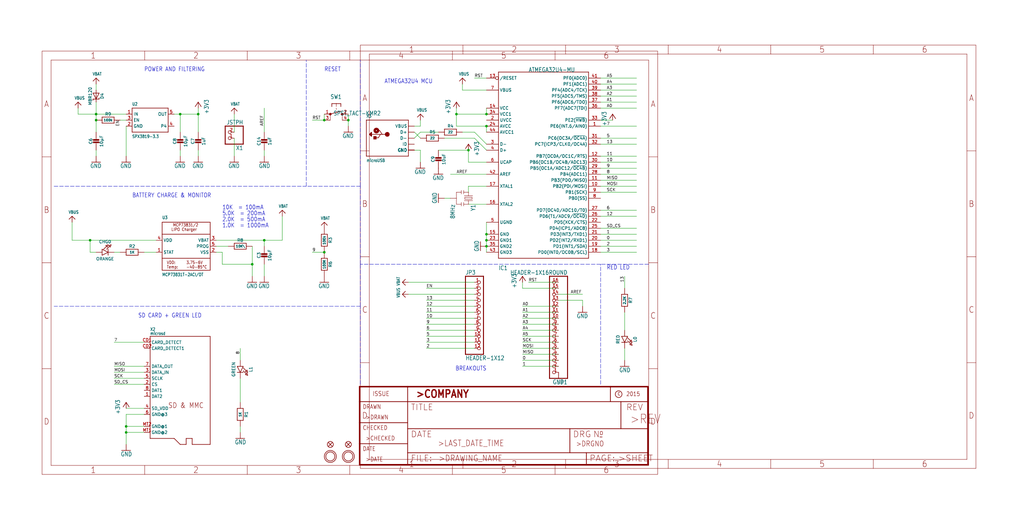
<source format=kicad_sch>
(kicad_sch (version 20211123) (generator eeschema)
  (paper "User" 433.07 220.421)
  (lib_symbols
    (symbol "schematicEagle-eagle-import:+3V3" (power)
      (property "Value" "+3V3" (at -2.54 -5.08 90))
      (symbol "+3V3_1_0"
        (pin power_in line (at 0 -2.54 90) (length 2.54) (name "+3V3") (number "1"))
      )
    )
    (symbol "schematicEagle-eagle-import:ATMEGA32U4-MU"
      (property "Reference" "IC" (at -17.78 -38.1 0))
      (property "Value" "ATMEGA32U4-MU" (at -5.08 45.72 0))
      (symbol "ATMEGA32U4-MU_1_0"
        (pin bidirectional line (at 25.4 22.86 180) (length 5.08) (name "PE6(INT.6/AIN0)") (number "1"))
        (pin bidirectional line (at 25.4 -2.54 180) (length 5.08) (name "PB2(PDI/MOSI)") (number "10"))
        (pin bidirectional line (at 25.4 0 180) (length 5.08) (name "PB3(PDO/MISO)") (number "11"))
        (pin bidirectional line (at 25.4 10.16 180) (length 5.08) (name "PB7(OC0A/OC1C/RTS)") (number "12"))
        (pin bidirectional inverted (at -22.86 43.18 0) (length 5.08) (name "/RESET") (number "13"))
        (pin bidirectional line (at -22.86 30.48 0) (length 5.08) (name "VCC") (number "14"))
        (pin bidirectional line (at -22.86 -22.86 0) (length 5.08) (name "GND") (number "15"))
        (pin bidirectional line (at -22.86 -10.16 0) (length 5.08) (name "XTAL2") (number "16"))
        (pin bidirectional line (at -22.86 -2.54 0) (length 5.08) (name "XTAL1") (number "17"))
        (pin bidirectional line (at 25.4 -30.48 180) (length 5.08) (name "PD0(INT0/OC0B/SCL)") (number "18"))
        (pin bidirectional line (at 25.4 -27.94 180) (length 5.08) (name "PD1(INT1/SDA)") (number "19"))
        (pin bidirectional line (at -22.86 25.4 0) (length 5.08) (name "UVCC") (number "2"))
        (pin bidirectional line (at 25.4 -25.4 180) (length 5.08) (name "PD2(INT2/RXD1)") (number "20"))
        (pin bidirectional line (at 25.4 -22.86 180) (length 5.08) (name "PD3(INT3/TXD1)") (number "21"))
        (pin bidirectional line (at 25.4 -17.78 180) (length 5.08) (name "PD5(XCK/CTS)") (number "22"))
        (pin bidirectional line (at -22.86 -25.4 0) (length 5.08) (name "GND1") (number "23"))
        (pin bidirectional line (at -22.86 22.86 0) (length 5.08) (name "AVCC") (number "24"))
        (pin bidirectional line (at 25.4 -20.32 180) (length 5.08) (name "PD4(ICP1/ADC8)") (number "25"))
        (pin bidirectional line (at 25.4 -15.24 180) (length 5.08) (name "PD6(T1/ADC9/~{OC4D})") (number "26"))
        (pin bidirectional line (at 25.4 -12.7 180) (length 5.08) (name "PD7(OC4D/ADC10/T0)") (number "27"))
        (pin bidirectional line (at 25.4 2.54 180) (length 5.08) (name "PB4(ADC11)") (number "28"))
        (pin bidirectional line (at 25.4 5.08 180) (length 5.08) (name "PB5(OC1A/ADC12/~{OC4B})") (number "29"))
        (pin bidirectional line (at -22.86 15.24 0) (length 5.08) (name "D-") (number "3"))
        (pin bidirectional line (at 25.4 7.62 180) (length 5.08) (name "PB6(OC1B/OC4B/ADC13)") (number "30"))
        (pin bidirectional line (at 25.4 17.78 180) (length 5.08) (name "PC6(OC3A/~{OC4A})") (number "31"))
        (pin bidirectional line (at 25.4 15.24 180) (length 5.08) (name "PC7(ICP3/CLK0/OC4A)") (number "32"))
        (pin bidirectional line (at 25.4 25.4 180) (length 5.08) (name "PE2(~{HWB})") (number "33"))
        (pin bidirectional line (at -22.86 27.94 0) (length 5.08) (name "VCC1") (number "34"))
        (pin bidirectional line (at -22.86 -27.94 0) (length 5.08) (name "GND2") (number "35"))
        (pin bidirectional line (at 25.4 30.48 180) (length 5.08) (name "PF7(ADC7(TDI)") (number "36"))
        (pin bidirectional line (at 25.4 33.02 180) (length 5.08) (name "PF6(ADC6/TDO)") (number "37"))
        (pin bidirectional line (at 25.4 35.56 180) (length 5.08) (name "PF5(ADC5/TMS)") (number "38"))
        (pin bidirectional line (at 25.4 38.1 180) (length 5.08) (name "PF4(ADC4/TCK)") (number "39"))
        (pin bidirectional line (at -22.86 12.7 0) (length 5.08) (name "D+") (number "4"))
        (pin bidirectional line (at 25.4 40.64 180) (length 5.08) (name "PF1(ADC1)") (number "40"))
        (pin bidirectional line (at 25.4 43.18 180) (length 5.08) (name "PF0(ADC0)") (number "41"))
        (pin bidirectional line (at -22.86 2.54 0) (length 5.08) (name "AREF") (number "42"))
        (pin bidirectional line (at -22.86 -30.48 0) (length 5.08) (name "GND3") (number "43"))
        (pin bidirectional line (at -22.86 20.32 0) (length 5.08) (name "AVCC1") (number "44"))
        (pin bidirectional line (at -22.86 -17.78 0) (length 5.08) (name "UGND") (number "5"))
        (pin bidirectional line (at -22.86 7.62 0) (length 5.08) (name "UCAP") (number "6"))
        (pin bidirectional line (at -22.86 38.1 0) (length 5.08) (name "VBUS") (number "7"))
        (pin bidirectional line (at 25.4 -7.62 180) (length 5.08) (name "PB0(SS)") (number "8"))
        (pin bidirectional line (at 25.4 -5.08 180) (length 5.08) (name "PB1(SCK)") (number "9"))
      )
    )
    (symbol "schematicEagle-eagle-import:CAP_CERAMIC0603_NO"
      (property "Reference" "C" (at -2.29 1.25 90))
      (property "Value" "CAP_CERAMIC0603_NO" (at 2.3 1.25 90))
      (symbol "CAP_CERAMIC0603_NO_1_0"
        (pin passive line (at 0 5.08 270) (length 2.54) (name "1") (number "1"))
        (pin passive line (at 0 -2.54 90) (length 2.54) (name "2") (number "2"))
      )
    )
    (symbol "schematicEagle-eagle-import:CAP_CERAMIC0805-NOOUTLINE"
      (property "Reference" "C" (at -2.29 1.25 90))
      (property "Value" "CAP_CERAMIC0805-NOOUTLINE" (at 2.3 1.25 90))
      (symbol "CAP_CERAMIC0805-NOOUTLINE_1_0"
        (pin passive line (at 0 5.08 270) (length 2.54) (name "1") (number "1"))
        (pin passive line (at 0 -2.54 90) (length 2.54) (name "2") (number "2"))
      )
    )
    (symbol "schematicEagle-eagle-import:CON_JST_PH_2PIN"
      (property "Reference" "X" (at -6.35 5.715 0))
      (property "Value" "CON_JST_PH_2PIN" (at -6.35 -5.08 0))
      (symbol "CON_JST_PH_2PIN_1_0"
        (pin passive inverted (at -2.54 2.54 0) (length 2.54) (name "1") (number "1"))
        (pin passive inverted (at -2.54 0 0) (length 2.54) (name "2") (number "2"))
      )
    )
    (symbol "schematicEagle-eagle-import:DIODE-SCHOTTKYSOD-123"
      (property "Reference" "D" (at 0 2.54 0))
      (property "Value" "DIODE-SCHOTTKYSOD-123" (at 0 -2.5 0))
      (symbol "DIODE-SCHOTTKYSOD-123_1_0"
        (pin passive line (at -2.54 0 0) (length 2.54) (name "A") (number "A"))
        (pin passive line (at 2.54 0 180) (length 2.54) (name "C") (number "C"))
      )
    )
    (symbol "schematicEagle-eagle-import:FIDUCIAL{dblquote}{dblquote}")
    (symbol "schematicEagle-eagle-import:FRAME_A4"
      (symbol "FRAME_A4_0_0"
        (text "1" (at 21.6958 1.905 0) (effects (font (size 2.54 2.286))))
        (text "1" (at 21.6958 177.165 0) (effects (font (size 2.54 2.286))))
        (text "2" (at 65.0875 1.905 0) (effects (font (size 2.54 2.286))))
        (text "2" (at 65.0875 177.165 0) (effects (font (size 2.54 2.286))))
        (text "3" (at 108.4792 1.905 0) (effects (font (size 2.54 2.286))))
        (text "3" (at 108.4792 177.165 0) (effects (font (size 2.54 2.286))))
        (text "4" (at 151.8708 1.905 0) (effects (font (size 2.54 2.286))))
        (text "4" (at 151.8708 177.165 0) (effects (font (size 2.54 2.286))))
        (text "5" (at 195.2625 1.905 0) (effects (font (size 2.54 2.286))))
        (text "5" (at 195.2625 177.165 0) (effects (font (size 2.54 2.286))))
        (text "6" (at 238.6542 1.905 0) (effects (font (size 2.54 2.286))))
        (text "6" (at 238.6542 177.165 0) (effects (font (size 2.54 2.286))))
        (text "A" (at 1.905 156.6863 0) (effects (font (size 2.54 2.286))))
        (text "A" (at 258.445 156.6863 0) (effects (font (size 2.54 2.286))))
        (text "B" (at 1.905 111.9188 0) (effects (font (size 2.54 2.286))))
        (text "B" (at 258.445 111.9188 0) (effects (font (size 2.54 2.286))))
        (text "C" (at 1.905 67.1513 0) (effects (font (size 2.54 2.286))))
        (text "C" (at 258.445 67.1513 0) (effects (font (size 2.54 2.286))))
        (text "D" (at 1.905 22.3838 0) (effects (font (size 2.54 2.286))))
        (text "D" (at 258.445 22.3838 0) (effects (font (size 2.54 2.286))))
      )
      (symbol "FRAME_A4_2_0"
        (text "2015" (at 112.4077 30.4673 0) (effects (font (size 1.778 1.5113)) (justify left bottom)))
        (text ">CHECKED" (at 2.2352 11.7348 0) (effects (font (size 1.778 1.5113)) (justify left bottom)))
        (text ">COMPANY" (at 23.349 29.6735 0) (effects (font (size 3.175 2.6987) (thickness 0.5397) bold) (justify left bottom)))
        (text ">DATE" (at 2.2352 2.8448 0) (effects (font (size 1.778 1.5113)) (justify left bottom)))
        (text ">DRAWING_NAME" (at 33.0327 2.8448 0) (effects (font (size 2.54 2.159)) (justify left bottom)))
        (text ">DRAWN" (at 2.2352 20.6248 0) (effects (font (size 1.778 1.5113)) (justify left bottom)))
        (text ">DRGNO" (at 91.1352 9.1948 0) (effects (font (size 2.1844 1.8567)) (justify left bottom)))
        (text ">LAST_DATE_TIME" (at 32.7152 9.1948 0) (effects (font (size 2.54 2.159)) (justify left bottom)))
        (text ">REV" (at 113.9952 18.7198 0) (effects (font (size 3.81 3.2385)) (justify left bottom)))
        (text ">SHEET" (at 108.9152 2.8448 0) (effects (font (size 2.54 2.54)) (justify left bottom)))
        (text "C" (at 108.7564 30.7848 0) (effects (font (size 1.27 1.0795)) (justify left bottom)))
        (text "CHECKED" (at 0.9652 16.1798 0) (effects (font (size 1.778 1.5113)) (justify left bottom)))
        (text "DATE" (at 0.9652 7.2898 0) (effects (font (size 1.778 1.5113)) (justify left bottom)))
        (text "DATE" (at 21.2852 13.0048 0) (effects (font (size 2.54 2.54)) (justify left bottom)))
        (text "DRAWN" (at 0.9652 25.0698 0) (effects (font (size 1.778 1.5113)) (justify left bottom)))
        (text "DRG" (at 89.8652 13.0048 0) (effects (font (size 2.54 2.54)) (justify left bottom)))
        (text "FILE:" (at 21.2852 2.8448 0) (effects (font (size 2.54 2.54)) (justify left bottom)))
        (text "ISSUE" (at 5.0927 30.4673 0) (effects (font (size 1.9304 1.6408)) (justify left bottom)))
        (text "N" (at 98.4377 13.0048 0) (effects (font (size 2.54 2.54)) (justify left bottom)))
        (text "o" (at 100.9777 13.9573 0) (effects (font (size 2.1844 1.8567)) (justify left bottom)))
        (text "PAGE:" (at 96.8502 2.8448 0) (effects (font (size 2.54 2.54)) (justify left bottom)))
        (text "REV" (at 112.4077 24.4348 0) (effects (font (size 2.54 2.54)) (justify left bottom)))
        (text "TITLE" (at 21.2852 24.4348 0) (effects (font (size 2.54 2.54)) (justify left bottom)))
      )
    )
    (symbol "schematicEagle-eagle-import:GND" (power)
      (property "Value" "GND" (at -2.54 -2.54 0))
      (symbol "GND_1_0"
        (pin power_in line (at 0 2.54 270) (length 2.54) (name "GND") (number "1"))
      )
    )
    (symbol "schematicEagle-eagle-import:HEADER-1X12"
      (property "Reference" "JP" (at -6.35 18.415 0))
      (property "Value" "HEADER-1X12" (at -6.35 -17.78 0))
      (symbol "HEADER-1X12_1_0"
        (pin passive inverted (at -2.54 15.24 0) (length 2.54) (name "1") (number "1"))
        (pin passive inverted (at -2.54 -7.62 0) (length 2.54) (name "10") (number "10"))
        (pin passive inverted (at -2.54 -10.16 0) (length 2.54) (name "11") (number "11"))
        (pin passive inverted (at -2.54 -12.7 0) (length 2.54) (name "12") (number "12"))
        (pin passive inverted (at -2.54 12.7 0) (length 2.54) (name "2") (number "2"))
        (pin passive inverted (at -2.54 10.16 0) (length 2.54) (name "3") (number "3"))
        (pin passive inverted (at -2.54 7.62 0) (length 2.54) (name "4") (number "4"))
        (pin passive inverted (at -2.54 5.08 0) (length 2.54) (name "5") (number "5"))
        (pin passive inverted (at -2.54 2.54 0) (length 2.54) (name "6") (number "6"))
        (pin passive inverted (at -2.54 0 0) (length 2.54) (name "7") (number "7"))
        (pin passive inverted (at -2.54 -2.54 0) (length 2.54) (name "8") (number "8"))
        (pin passive inverted (at -2.54 -5.08 0) (length 2.54) (name "9") (number "9"))
      )
    )
    (symbol "schematicEagle-eagle-import:HEADER-1X16ROUND"
      (property "Reference" "JP" (at -6.35 20.955 0))
      (property "Value" "HEADER-1X16ROUND" (at -6.35 -25.4 0))
      (symbol "HEADER-1X16ROUND_1_0"
        (pin passive inverted (at -2.54 17.78 0) (length 2.54) (name "1") (number "1"))
        (pin passive inverted (at -2.54 -5.08 0) (length 2.54) (name "10") (number "10"))
        (pin passive inverted (at -2.54 -7.62 0) (length 2.54) (name "11") (number "11"))
        (pin passive inverted (at -2.54 -10.16 0) (length 2.54) (name "12") (number "12"))
        (pin passive inverted (at -2.54 -12.7 0) (length 2.54) (name "13") (number "13"))
        (pin passive inverted (at -2.54 -15.24 0) (length 2.54) (name "14") (number "14"))
        (pin passive inverted (at -2.54 -17.78 0) (length 2.54) (name "15") (number "15"))
        (pin passive inverted (at -2.54 -20.32 0) (length 2.54) (name "16") (number "16"))
        (pin passive inverted (at -2.54 15.24 0) (length 2.54) (name "2") (number "2"))
        (pin passive inverted (at -2.54 12.7 0) (length 2.54) (name "3") (number "3"))
        (pin passive inverted (at -2.54 10.16 0) (length 2.54) (name "4") (number "4"))
        (pin passive inverted (at -2.54 7.62 0) (length 2.54) (name "5") (number "5"))
        (pin passive inverted (at -2.54 5.08 0) (length 2.54) (name "6") (number "6"))
        (pin passive inverted (at -2.54 2.54 0) (length 2.54) (name "7") (number "7"))
        (pin passive inverted (at -2.54 0 0) (length 2.54) (name "8") (number "8"))
        (pin passive inverted (at -2.54 -2.54 0) (length 2.54) (name "9") (number "9"))
      )
    )
    (symbol "schematicEagle-eagle-import:LED0805_NOOUTLINE"
      (property "Reference" "D" (at -1.27 4.445 0))
      (property "Value" "LED0805_NOOUTLINE" (at -1.27 -2.794 0))
      (symbol "LED0805_NOOUTLINE_1_0"
        (pin passive line (at -5.08 0 0) (length 2.54) (name "A") (number "A"))
        (pin passive line (at 2.54 0 180) (length 2.54) (name "C") (number "C"))
      )
    )
    (symbol "schematicEagle-eagle-import:MCP73831{slash}2"
      (property "Reference" "U" (at -10.16 11.43 0))
      (property "Value" "MCP73831{slash}2" (at -10.16 -12.7 0))
      (symbol "MCP73831{slash}2_1_0"
        (text "-40-85°C" (at 0 -9.525 0) (effects (font (size 1.27 1.0795)) (justify left bottom)))
        (text "3.75-6V" (at 0 -7.62 0) (effects (font (size 1.27 1.0795)) (justify left bottom)))
        (text "LIPO Charger" (at -6.35 6.35 0) (effects (font (size 1.27 1.0795)) (justify left bottom)))
        (text "MCP73831/2" (at -5.715 8.255 0) (effects (font (size 1.27 1.0795)) (justify left bottom)))
        (text "Temp:" (at -8.255 -9.525 0) (effects (font (size 1.27 1.0795)) (justify left bottom)))
        (text "VDD:" (at -8.255 -7.62 0) (effects (font (size 1.27 1.0795)) (justify left bottom)))
        (pin output line (at -12.7 -2.54 0) (length 2.54) (name "STAT") (number "1"))
        (pin power_in line (at 12.7 -2.54 180) (length 2.54) (name "VSS") (number "2"))
        (pin power_in line (at 12.7 2.54 180) (length 2.54) (name "VBAT") (number "3"))
        (pin power_in line (at -12.7 2.54 0) (length 2.54) (name "VDD") (number "4"))
        (pin input line (at 12.7 0 180) (length 2.54) (name "PROG") (number "5"))
      )
    )
    (symbol "schematicEagle-eagle-import:MICROSD"
      (property "Reference" "X" (at -12.7 22.606 0))
      (property "Value" "MICROSD" (at -12.7 20.828 0))
      (symbol "MICROSD_1_0"
        (text "SD & MMC" (at -5.08 -10.16 0) (effects (font (size 2.1844 1.8567)) (justify left bottom)))
        (pin bidirectional line (at -15.24 -5.08 0) (length 2.54) (name "DAT2") (number "1"))
        (pin input line (at -15.24 0 0) (length 2.54) (name "CS") (number "2"))
        (pin input line (at -15.24 5.08 0) (length 2.54) (name "DATA_IN") (number "3"))
        (pin power_in line (at -15.24 -10.16 0) (length 2.54) (name "SD_VDD") (number "4"))
        (pin input line (at -15.24 2.54 0) (length 2.54) (name "SCLK") (number "5"))
        (pin power_in line (at -15.24 -12.7 0) (length 2.54) (name "GND@3") (number "6"))
        (pin output line (at -15.24 7.62 0) (length 2.54) (name "DATA_OUT") (number "7"))
        (pin bidirectional line (at -15.24 -2.54 0) (length 2.54) (name "DAT1") (number "8"))
        (pin passive line (at -15.24 17.78 0) (length 2.54) (name "CARD_DETECT") (number "CD1"))
        (pin passive line (at -15.24 15.24 0) (length 2.54) (name "CARD_DETECT1") (number "CD2"))
        (pin power_in line (at -15.24 -20.32 0) (length 2.54) (name "GND@2") (number "MT1"))
        (pin power_in line (at -15.24 -17.78 0) (length 2.54) (name "GND@1") (number "MT2"))
      )
    )
    (symbol "schematicEagle-eagle-import:MOUNTINGHOLE2.5")
    (symbol "schematicEagle-eagle-import:RESISTOR_0603MP"
      (property "Reference" "R" (at 0 2.54 0))
      (property "Value" "RESISTOR_0603MP" (at 0 0 0))
      (symbol "RESISTOR_0603MP_1_0"
        (pin passive line (at -5.08 0 0) (length 2.54) (name "1") (number "1"))
        (pin passive line (at 5.08 0 180) (length 2.54) (name "2") (number "2"))
      )
    )
    (symbol "schematicEagle-eagle-import:RESISTOR_0603_NOOUT"
      (property "Reference" "R" (at 0 2.54 0))
      (property "Value" "RESISTOR_0603_NOOUT" (at 0 0 0))
      (symbol "RESISTOR_0603_NOOUT_1_0"
        (pin passive line (at -5.08 0 0) (length 2.54) (name "1") (number "1"))
        (pin passive line (at 5.08 0 180) (length 2.54) (name "2") (number "2"))
      )
    )
    (symbol "schematicEagle-eagle-import:RESONATORSMD"
      (property "Reference" "Y" (at 2.54 1.016 0))
      (property "Value" "RESONATORSMD" (at 2.54 -7.62 0))
      (symbol "RESONATORSMD_1_0"
        (pin passive line (at -2.54 0 0) (length 0) (name "1") (number "1"))
        (pin passive line (at 0 -7.62 90) (length 0) (name "2") (number "2"))
        (pin passive line (at 2.54 0 180) (length 0) (name "3") (number "3"))
      )
    )
    (symbol "schematicEagle-eagle-import:SPST_TACT-KMR2"
      (property "Reference" "SW" (at -6.35 -2.54 90))
      (property "Value" "SPST_TACT-KMR2" (at -3.81 3.175 90))
      (symbol "SPST_TACT-KMR2_1_0"
        (pin passive line (at 0 -5.08 90) (length 2.54) (name "P") (number "1"))
        (pin passive line (at 0 5.08 270) (length 2.54) (name "S") (number "2"))
        (pin passive line (at 2.54 -5.08 90) (length 2.54) (name "P1") (number "3"))
        (pin passive line (at 2.54 5.08 270) (length 2.54) (name "S1") (number "4"))
      )
    )
    (symbol "schematicEagle-eagle-import:USB_MICRO_20329_V2"
      (property "Reference" "X" (at -10.16 8.636 0))
      (property "Value" "USB_MICRO_20329_V2" (at -10.16 -10.16 0))
      (symbol "USB_MICRO_20329_V2_1_0"
        (pin power_in line (at 10.16 -5.08 180) (length 2.54) (name "GND") (number "BASE@1"))
        (pin power_in line (at 10.16 -5.08 180) (length 2.54) (name "GND") (number "BASE@2"))
        (pin bidirectional line (at 10.16 2.54 180) (length 2.54) (name "D+") (number "D+"))
        (pin bidirectional line (at 10.16 0 180) (length 2.54) (name "D-") (number "D-"))
        (pin power_in line (at 10.16 -5.08 180) (length 2.54) (name "GND") (number "GND"))
        (pin bidirectional line (at 10.16 -2.54 180) (length 2.54) (name "ID") (number "ID"))
        (pin power_in line (at 10.16 -5.08 180) (length 2.54) (name "GND") (number "SPRT@1"))
        (pin power_in line (at 10.16 -5.08 180) (length 2.54) (name "GND") (number "SPRT@2"))
        (pin power_in line (at 10.16 -5.08 180) (length 2.54) (name "GND") (number "SPRT@3"))
        (pin power_in line (at 10.16 -5.08 180) (length 2.54) (name "GND") (number "SPRT@4"))
        (pin power_in line (at 10.16 5.08 180) (length 2.54) (name "VBUS") (number "VBUS"))
      )
    )
    (symbol "schematicEagle-eagle-import:VBAT" (power)
      (property "Value" "VBAT" (at -1.524 1.016 0))
      (symbol "VBAT_1_0"
        (pin power_in line (at 0 -2.54 90) (length 2.54) (name "VBAT") (number "1"))
      )
    )
    (symbol "schematicEagle-eagle-import:VBUS" (power)
      (property "Value" "VBUS" (at -1.524 1.016 0))
      (symbol "VBUS_1_0"
        (pin power_in line (at 0 -2.54 90) (length 2.54) (name "VBUS") (number "1"))
      )
    )
    (symbol "schematicEagle-eagle-import:VREG_SOT23-5"
      (property "Reference" "U" (at -7.62 6.096 0))
      (property "Value" "VREG_SOT23-5" (at -7.62 -7.62 0))
      (symbol "VREG_SOT23-5_1_0"
        (pin power_in line (at -10.16 2.54 0) (length 2.54) (name "IN") (number "1"))
        (pin power_in line (at -10.16 -2.54 0) (length 2.54) (name "GND") (number "2"))
        (pin input line (at -10.16 0 0) (length 2.54) (name "EN") (number "3"))
        (pin bidirectional line (at 10.16 -2.54 180) (length 2.54) (name "P4") (number "4"))
        (pin power_in line (at 10.16 2.54 180) (length 2.54) (name "OUT") (number "5"))
      )
    )
  )
  (junction (at 193.04 48.26))
  (junction (at 40.64 50.8))
  (junction (at 76.2 48.26))
  (junction (at 38.1 101.6))
  (junction (at 83.82 48.26))
  (junction (at 205.74 48.26))
  (junction (at 53.34 180.34))
  (junction (at 205.74 53.34))
  (junction (at 205.74 104.14))
  (junction (at 137.16 50.8))
  (junction (at 111.76 101.6))
  (junction (at 205.74 101.6))
  (junction (at 205.74 99.06))
  (junction (at 40.64 48.26))
  (junction (at 53.34 182.88))
  (junction (at 198.12 63.5))
  (junction (at 106.68 111.76))
  (junction (at 137.16 106.68))
  (junction (at 147.32 50.8))
  (wire (pts (xy 187.96 83.82) (xy 190.5 83.82)))
  (wire (pts (xy 93.98 111.76) (xy 106.68 111.76)))
  (polyline (pts (xy 152.4 129.54) (xy 22.86 129.54)))
  (wire (pts (xy 180.34 147.32) (xy 200.66 147.32)))
  (wire (pts (xy 254 91.44) (xy 269.24 91.44)))
  (wire (pts (xy 254 53.34) (xy 269.24 53.34)))
  (wire (pts (xy 205.74 55.88) (xy 205.74 53.34)))
  (wire (pts (xy 205.74 38.1) (xy 195.58 38.1)))
  (wire (pts (xy 175.26 55.88) (xy 177.8 58.42)))
  (wire (pts (xy 60.96 175.26) (xy 53.34 175.26)))
  (wire (pts (xy 40.64 50.8) (xy 40.64 55.88)))
  (wire (pts (xy 177.8 55.88) (xy 185.42 55.88)))
  (wire (pts (xy 220.98 154.94) (xy 236.22 154.94)))
  (polyline (pts (xy 152.4 129.54) (xy 152.4 111.76)))
  (wire (pts (xy 200.66 127) (xy 180.34 127)))
  (polyline (pts (xy 152.4 78.74) (xy 152.4 25.4)))
  (wire (pts (xy 264.16 132.08) (xy 264.16 139.7)))
  (wire (pts (xy 60.96 180.34) (xy 53.34 180.34)))
  (wire (pts (xy 198.12 68.58) (xy 198.12 63.5)))
  (wire (pts (xy 205.74 33.02) (xy 200.66 33.02)))
  (wire (pts (xy 53.34 180.34) (xy 53.34 182.88)))
  (wire (pts (xy 220.98 121.92) (xy 236.22 121.92)))
  (wire (pts (xy 137.16 50.8) (xy 137.16 48.26)))
  (wire (pts (xy 33.02 48.26) (xy 40.64 48.26)))
  (wire (pts (xy 60.96 182.88) (xy 53.34 182.88)))
  (wire (pts (xy 254 50.8) (xy 259.08 50.8)))
  (wire (pts (xy 172.72 119.38) (xy 200.66 119.38)))
  (wire (pts (xy 187.96 58.42) (xy 200.66 58.42)))
  (wire (pts (xy 220.98 137.16) (xy 236.22 137.16)))
  (wire (pts (xy 254 45.72) (xy 269.24 45.72)))
  (wire (pts (xy 236.22 124.46) (xy 246.38 124.46)))
  (polyline (pts (xy 22.86 78.74) (xy 129.54 78.74)))
  (wire (pts (xy 83.82 48.26) (xy 83.82 55.88)))
  (wire (pts (xy 254 71.12) (xy 269.24 71.12)))
  (wire (pts (xy 60.96 144.78) (xy 48.26 144.78)))
  (wire (pts (xy 205.74 99.06) (xy 205.74 101.6)))
  (wire (pts (xy 200.66 144.78) (xy 180.34 144.78)))
  (wire (pts (xy 254 38.1) (xy 269.24 38.1)))
  (wire (pts (xy 50.8 50.8) (xy 53.34 50.8)))
  (wire (pts (xy 236.22 139.7) (xy 220.98 139.7)))
  (wire (pts (xy 254 43.18) (xy 269.24 43.18)))
  (wire (pts (xy 254 76.2) (xy 269.24 76.2)))
  (wire (pts (xy 175.26 58.42) (xy 177.8 55.88)))
  (wire (pts (xy 200.66 58.42) (xy 205.74 63.5)))
  (wire (pts (xy 236.22 127) (xy 246.38 127)))
  (wire (pts (xy 38.1 101.6) (xy 66.04 101.6)))
  (wire (pts (xy 73.66 48.26) (xy 76.2 48.26)))
  (polyline (pts (xy 254 111.76) (xy 152.4 111.76)))
  (wire (pts (xy 220.98 142.24) (xy 236.22 142.24)))
  (wire (pts (xy 53.34 172.72) (xy 60.96 172.72)))
  (wire (pts (xy 38.1 106.68) (xy 38.1 101.6)))
  (wire (pts (xy 180.34 129.54) (xy 200.66 129.54)))
  (wire (pts (xy 195.58 55.88) (xy 200.66 55.88)))
  (wire (pts (xy 53.34 182.88) (xy 53.34 187.96)))
  (wire (pts (xy 76.2 55.88) (xy 76.2 48.26)))
  (wire (pts (xy 76.2 63.5) (xy 76.2 66.04)))
  (wire (pts (xy 40.64 38.1) (xy 40.64 35.56)))
  (wire (pts (xy 40.64 106.68) (xy 38.1 106.68)))
  (wire (pts (xy 254 99.06) (xy 269.24 99.06)))
  (wire (pts (xy 177.8 53.34) (xy 177.8 50.8)))
  (wire (pts (xy 236.22 152.4) (xy 220.98 152.4)))
  (wire (pts (xy 53.34 175.26) (xy 53.34 180.34)))
  (wire (pts (xy 264.16 121.92) (xy 264.16 116.84)))
  (wire (pts (xy 205.74 93.98) (xy 205.74 99.06)))
  (wire (pts (xy 220.98 132.08) (xy 236.22 132.08)))
  (wire (pts (xy 83.82 63.5) (xy 83.82 66.04)))
  (wire (pts (xy 99.06 66.04) (xy 99.06 58.42)))
  (wire (pts (xy 236.22 119.38) (xy 223.52 119.38)))
  (wire (pts (xy 193.04 48.26) (xy 205.74 48.26)))
  (polyline (pts (xy 129.54 78.74) (xy 129.54 25.4)))
  (wire (pts (xy 119.38 91.44) (xy 119.38 101.6)))
  (polyline (pts (xy 152.4 162.56) (xy 152.4 129.54)))
  (wire (pts (xy 236.22 147.32) (xy 220.98 147.32)))
  (wire (pts (xy 180.34 121.92) (xy 200.66 121.92)))
  (wire (pts (xy 200.66 124.46) (xy 172.72 124.46)))
  (wire (pts (xy 132.08 50.8) (xy 137.16 50.8)))
  (wire (pts (xy 254 68.58) (xy 269.24 68.58)))
  (wire (pts (xy 93.98 106.68) (xy 93.98 111.76)))
  (wire (pts (xy 254 58.42) (xy 269.24 58.42)))
  (wire (pts (xy 195.58 38.1) (xy 195.58 35.56)))
  (wire (pts (xy 48.26 162.56) (xy 60.96 162.56)))
  (wire (pts (xy 205.74 68.58) (xy 198.12 68.58)))
  (wire (pts (xy 205.74 104.14) (xy 205.74 106.68)))
  (wire (pts (xy 40.64 63.5) (xy 40.64 66.04)))
  (wire (pts (xy 53.34 53.34) (xy 53.34 66.04)))
  (wire (pts (xy 111.76 101.6) (xy 119.38 101.6)))
  (wire (pts (xy 236.22 144.78) (xy 220.98 144.78)))
  (wire (pts (xy 205.74 48.26) (xy 205.74 45.72)))
  (wire (pts (xy 193.04 53.34) (xy 193.04 48.26)))
  (polyline (pts (xy 254 162.56) (xy 254 111.76)))
  (wire (pts (xy 180.34 139.7) (xy 200.66 139.7)))
  (wire (pts (xy 99.06 48.26) (xy 99.06 55.88)))
  (wire (pts (xy 254 40.64) (xy 269.24 40.64)))
  (wire (pts (xy 264.16 147.32) (xy 264.16 152.4)))
  (wire (pts (xy 198.12 78.74) (xy 198.12 81.28)))
  (wire (pts (xy 60.96 106.68) (xy 66.04 106.68)))
  (wire (pts (xy 147.32 53.34) (xy 147.32 50.8)))
  (wire (pts (xy 175.26 53.34) (xy 177.8 53.34)))
  (wire (pts (xy 220.98 119.38) (xy 220.98 121.92)))
  (wire (pts (xy 198.12 86.36) (xy 205.74 86.36)))
  (wire (pts (xy 236.22 129.54) (xy 220.98 129.54)))
  (wire (pts (xy 254 73.66) (xy 269.24 73.66)))
  (wire (pts (xy 254 104.14) (xy 269.24 104.14)))
  (wire (pts (xy 101.6 152.4) (xy 101.6 147.32)))
  (wire (pts (xy 190.5 73.66) (xy 205.74 73.66)))
  (wire (pts (xy 53.34 48.26) (xy 40.64 48.26)))
  (wire (pts (xy 30.48 93.98) (xy 30.48 101.6)))
  (wire (pts (xy 111.76 101.6) (xy 91.44 101.6)))
  (wire (pts (xy 246.38 127) (xy 246.38 129.54)))
  (wire (pts (xy 200.66 137.16) (xy 180.34 137.16)))
  (wire (pts (xy 236.22 134.62) (xy 220.98 134.62)))
  (wire (pts (xy 111.76 63.5) (xy 111.76 66.04)))
  (wire (pts (xy 205.74 101.6) (xy 205.74 104.14)))
  (wire (pts (xy 254 96.52) (xy 269.24 96.52)))
  (wire (pts (xy 111.76 55.88) (xy 111.76 45.72)))
  (wire (pts (xy 33.02 45.72) (xy 33.02 48.26)))
  (wire (pts (xy 60.96 160.02) (xy 48.26 160.02)))
  (wire (pts (xy 101.6 160.02) (xy 101.6 170.18)))
  (wire (pts (xy 60.96 154.94) (xy 48.26 154.94)))
  (wire (pts (xy 30.48 101.6) (xy 38.1 101.6)))
  (wire (pts (xy 254 66.04) (xy 269.24 66.04)))
  (polyline (pts (xy 152.4 111.76) (xy 152.4 78.74)))
  (wire (pts (xy 106.68 104.14) (xy 106.68 111.76)))
  (wire (pts (xy 205.74 53.34) (xy 193.04 53.34)))
  (wire (pts (xy 180.34 134.62) (xy 200.66 134.62)))
  (wire (pts (xy 193.04 48.26) (xy 193.04 45.72)))
  (wire (pts (xy 200.66 142.24) (xy 180.34 142.24)))
  (wire (pts (xy 177.8 63.5) (xy 177.8 68.58)))
  (wire (pts (xy 83.82 48.26) (xy 83.82 45.72)))
  (wire (pts (xy 147.32 48.26) (xy 147.32 50.8)))
  (wire (pts (xy 101.6 180.34) (xy 101.6 182.88)))
  (wire (pts (xy 198.12 63.5) (xy 185.42 63.5)))
  (wire (pts (xy 91.44 106.68) (xy 93.98 106.68)))
  (wire (pts (xy 254 60.96) (xy 269.24 60.96)))
  (wire (pts (xy 106.68 111.76) (xy 106.68 116.84)))
  (wire (pts (xy 254 88.9) (xy 269.24 88.9)))
  (wire (pts (xy 220.98 149.86) (xy 236.22 149.86)))
  (wire (pts (xy 254 78.74) (xy 269.24 78.74)))
  (wire (pts (xy 40.64 48.26) (xy 40.64 50.8)))
  (wire (pts (xy 200.66 55.88) (xy 205.74 60.96)))
  (wire (pts (xy 111.76 104.14) (xy 111.76 101.6)))
  (wire (pts (xy 137.16 106.68) (xy 132.08 106.68)))
  (wire (pts (xy 91.44 104.14) (xy 96.52 104.14)))
  (wire (pts (xy 175.26 63.5) (xy 177.8 63.5)))
  (wire (pts (xy 48.26 157.48) (xy 60.96 157.48)))
  (polyline (pts (xy 274.32 111.76) (xy 254 111.76)))
  (wire (pts (xy 76.2 48.26) (xy 83.82 48.26)))
  (wire (pts (xy 269.24 101.6) (xy 254 101.6)))
  (wire (pts (xy 254 81.28) (xy 269.24 81.28)))
  (wire (pts (xy 254 35.56) (xy 269.24 35.56)))
  (wire (pts (xy 40.64 43.18) (xy 40.64 48.26)))
  (wire (pts (xy 254 106.68) (xy 269.24 106.68)))
  (wire (pts (xy 111.76 111.76) (xy 111.76 116.84)))
  (wire (pts (xy 200.66 132.08) (xy 180.34 132.08)))
  (polyline (pts (xy 152.4 78.74) (xy 129.54 78.74)))
  (wire (pts (xy 198.12 78.74) (xy 205.74 78.74)))
  (wire (pts (xy 254 33.02) (xy 269.24 33.02)))
  (wire (pts (xy 48.26 106.68) (xy 50.8 106.68)))
  (text "1.0K  = 1000mA" (at 93.98 96.52 180) (effects (font (size 1.778 1.5113)) (justify left bottom)))
  (text "10K  = 100mA" (at 93.98 88.9 180) (effects (font (size 1.778 1.5113)) (justify left bottom)))
  (text "ATMEGA32U4 MCU" (at 162.56 35.56 180) (effects (font (size 1.778 1.5113)) (justify left bottom)))
  (text "RED LED" (at 256.54 114.3 180) (effects (font (size 1.778 1.5113)) (justify left bottom)))
  (text "POWER AND FILTERING" (at 60.96 30.48 180) (effects (font (size 1.778 1.5113)) (justify left bottom)))
  (text "5.0K  = 200mA" (at 93.98 91.44 180) (effects (font (size 1.778 1.5113)) (justify left bottom)))
  (text "BATTERY CHARGE & MONITOR" (at 55.88 83.82 180) (effects (font (size 1.778 1.5113)) (justify left bottom)))
  (text "BREAKOUTS" (at 205.74 154.94 180) (effects (font (size 1.778 1.5113)) (justify right top)))
  (text "2.0K  = 500mA" (at 93.98 93.98 180) (effects (font (size 1.778 1.5113)) (justify left bottom)))
  (text "SD CARD + GREEN LED" (at 58.42 134.62 180) (effects (font (size 1.778 1.5113)) (justify left bottom)))
  (text "RESET" (at 137.16 30.48 180) (effects (font (size 1.778 1.5113)) (justify left bottom)))
  (label "MISO" (at 48.26 154.94 0) (effects (font (size 1.2446 1.2446))))
  (label "3" (at 256.54 106.68 0) (effects (font (size 1.2446 1.2446))))
  (label "2" (at 256.54 104.14 0) (effects (font (size 1.2446 1.2446))))
  (label "SCK" (at 220.98 144.78 0) (effects (font (size 1.2446 1.2446))))
  (label "A5" (at 220.98 142.24 0) (effects (font (size 1.2446 1.2446))))
  (label "MISO" (at 256.54 76.2 0) (effects (font (size 1.2446 1.2446))))
  (label "SD_CS" (at 256.54 96.52 0) (effects (font (size 1.2446 1.2446))))
  (label "3" (at 180.34 144.78 0) (effects (font (size 1.2446 1.2446))))
  (label "AREF" (at 111.76 53.34 90) (effects (font (size 1.2446 1.2446))))
  (label "1" (at 256.54 99.06 0) (effects (font (size 1.2446 1.2446))))
  (label "8" (at 256.54 73.66 0) (effects (font (size 1.2446 1.2446))))
  (label "8" (at 101.6 149.86 90) (effects (font (size 1.2446 1.2446))))
  (label "EN" (at 50.8 50.8 270) (effects (font (size 1.2446 1.2446))))
  (label "12" (at 256.54 91.44 0) (effects (font (size 1.2446 1.2446))))
  (label "AREF" (at 241.3 124.46 0) (effects (font (size 1.2446 1.2446))))
  (label "7" (at 256.54 53.34 0) (effects (font (size 1.2446 1.2446))))
  (label "1" (at 220.98 154.94 0) (effects (font (size 1.2446 1.2446))))
  (label "10" (at 180.34 134.62 0) (effects (font (size 1.2446 1.2446))))
  (label "A2" (at 220.98 134.62 0) (effects (font (size 1.2446 1.2446))))
  (label "MOSI" (at 220.98 147.32 0) (effects (font (size 1.2446 1.2446))))
  (label "5" (at 256.54 58.42 0) (effects (font (size 1.2446 1.2446))))
  (label "MOSI" (at 256.54 78.74 0) (effects (font (size 1.2446 1.2446))))
  (label "RST" (at 223.52 119.38 0) (effects (font (size 1.2446 1.2446))))
  (label "13" (at 180.34 127 0) (effects (font (size 1.2446 1.2446))))
  (label "2" (at 180.34 147.32 0) (effects (font (size 1.2446 1.2446))))
  (label "9" (at 132.08 106.68 0) (effects (font (size 1.2446 1.2446))))
  (label "6" (at 256.54 88.9 0) (effects (font (size 1.2446 1.2446))))
  (label "13" (at 256.54 60.96 0) (effects (font (size 1.2446 1.2446))))
  (label "A4" (at 256.54 35.56 0) (effects (font (size 1.2446 1.2446))))
  (label "A1" (at 220.98 132.08 0) (effects (font (size 1.2446 1.2446))))
  (label "A1" (at 256.54 43.18 0) (effects (font (size 1.2446 1.2446))))
  (label "0" (at 256.54 101.6 0) (effects (font (size 1.2446 1.2446))))
  (label "9" (at 180.34 137.16 0) (effects (font (size 1.2446 1.2446))))
  (label "A0" (at 220.98 129.54 0) (effects (font (size 1.2446 1.2446))))
  (label "A4" (at 220.98 139.7 0) (effects (font (size 1.2446 1.2446))))
  (label "SD_CS" (at 48.26 162.56 0) (effects (font (size 1.2446 1.2446))))
  (label "11" (at 180.34 132.08 0) (effects (font (size 1.2446 1.2446))))
  (label "EN" (at 180.34 121.92 0) (effects (font (size 1.2446 1.2446))))
  (label "SCK" (at 256.54 81.28 0) (effects (font (size 1.2446 1.2446))))
  (label "A3" (at 256.54 38.1 0) (effects (font (size 1.2446 1.2446))))
  (label "6" (at 180.34 139.7 0) (effects (font (size 1.2446 1.2446))))
  (label "12" (at 180.34 129.54 0) (effects (font (size 1.2446 1.2446))))
  (label "7" (at 48.26 144.78 0) (effects (font (size 1.2446 1.2446))))
  (label "5" (at 180.34 142.24 0) (effects (font (size 1.2446 1.2446))))
  (label "10" (at 256.54 68.58 0) (effects (font (size 1.2446 1.2446))))
  (label "A5" (at 256.54 33.02 0) (effects (font (size 1.2446 1.2446))))
  (label "RST" (at 132.08 50.8 0) (effects (font (size 1.2446 1.2446))))
  (label "A3" (at 220.98 137.16 0) (effects (font (size 1.2446 1.2446))))
  (label "11" (at 256.54 66.04 0) (effects (font (size 1.2446 1.2446))))
  (label "MISO" (at 220.98 149.86 0) (effects (font (size 1.2446 1.2446))))
  (label "A0" (at 256.54 45.72 0) (effects (font (size 1.2446 1.2446))))
  (label "AREF" (at 193.04 73.66 0) (effects (font (size 1.2446 1.2446))))
  (label "RST" (at 200.66 33.02 0) (effects (font (size 1.2446 1.2446))))
  (label "MOSI" (at 48.26 157.48 0) (effects (font (size 1.2446 1.2446))))
  (label "A2" (at 256.54 40.64 0) (effects (font (size 1.2446 1.2446))))
  (label "0" (at 220.98 152.4 0) (effects (font (size 1.2446 1.2446))))
  (label "SCK" (at 48.26 160.02 0) (effects (font (size 1.2446 1.2446))))
  (label "13" (at 264.16 119.38 90) (effects (font (size 1.2446 1.2446))))
  (label "9" (at 256.54 71.12 0) (effects (font (size 1.2446 1.2446))))
  (symbol (lib_id "schematicEagle-eagle-import:+3V3") (at 193.04 43.18 0) (unit 1)
    (property "Reference" "#+3V5" (effects hide))
    (property "Value" "+3V3" (at 190.5 48.26 90) (effects (font (size 1.778 1.5113)) (justify left bottom)))
    (property "Footprint" "schematicEagle:" (effects hide))
  )
  (symbol (lib_id "schematicEagle-eagle-import:LED0805_NOOUTLINE") (at 264.16 144.78 270) (unit 1)
    (property "Reference" "L0" (at 268.605 143.51 0))
    (property "Value" "RED" (at 261.366 143.51 0))
    (property "Footprint" "schematicEagle:CHIPLED_0805_NOOUTLINE" (effects hide))
  )
  (symbol (lib_id "schematicEagle-eagle-import:GND") (at 264.16 154.94 0) (mirror y) (unit 1)
    (property "Reference" "#GND10" (effects hide))
    (property "Value" "GND" (at 266.7 157.48 0) (effects (font (size 1.778 1.5113)) (justify left bottom)))
    (property "Footprint" "schematicEagle:" (effects hide))
  )
  (symbol (lib_id "schematicEagle-eagle-import:ATMEGA32U4-MU") (at 228.6 76.2 0) (unit 1)
    (property "Reference" "IC1" (at 210.82 114.3 0) (effects (font (size 1.778 1.5113)) (justify left bottom)))
    (property "Value" "ATMEGA32U4-MU" (at 223.52 30.48 0) (effects (font (size 1.778 1.5113)) (justify left bottom)))
    (property "Footprint" "schematicEagle:TQFN44_7MM" (effects hide))
  )
  (symbol (lib_id "schematicEagle-eagle-import:VBAT") (at 99.06 45.72 0) (unit 1)
    (property "Reference" "#U$16" (effects hide))
    (property "Value" "VBAT" (at 97.536 44.704 0) (effects (font (size 1.27 1.0795)) (justify left bottom)))
    (property "Footprint" "schematicEagle:" (effects hide))
  )
  (symbol (lib_id "schematicEagle-eagle-import:FIDUCIAL{dblquote}{dblquote}") (at 147.32 187.96 0) (unit 1)
    (property "Reference" "U$35" (effects hide))
    (property "Value" "FIDUCIAL{dblquote}{dblquote}" (effects hide))
    (property "Footprint" "schematicEagle:FIDUCIAL_1MM" (effects hide))
  )
  (symbol (lib_id "schematicEagle-eagle-import:RESONATORSMD") (at 198.12 83.82 270) (unit 1)
    (property "Reference" "Y1" (at 199.136 86.36 0) (effects (font (size 1.778 1.5113)) (justify left bottom)))
    (property "Value" "8MHz" (at 190.5 86.36 0) (effects (font (size 1.778 1.5113)) (justify left bottom)))
    (property "Footprint" "schematicEagle:RESONATOR-SMD" (effects hide))
  )
  (symbol (lib_id "schematicEagle-eagle-import:+3V3") (at 53.34 170.18 0) (unit 1)
    (property "Reference" "#+3V2" (effects hide))
    (property "Value" "+3V3" (at 50.8 175.26 90) (effects (font (size 1.778 1.5113)) (justify left bottom)))
    (property "Footprint" "schematicEagle:" (effects hide))
  )
  (symbol (lib_id "schematicEagle-eagle-import:LED0805_NOOUTLINE") (at 45.72 106.68 0) (unit 1)
    (property "Reference" "CHG0" (at 44.45 102.235 0))
    (property "Value" "ORANGE" (at 44.45 109.474 0))
    (property "Footprint" "schematicEagle:CHIPLED_0805_NOOUTLINE" (effects hide))
  )
  (symbol (lib_id "schematicEagle-eagle-import:RESISTOR_0603_NOOUT") (at 264.16 127 270) (unit 1)
    (property "Reference" "R7" (at 266.7 127 0))
    (property "Value" "2.2K" (at 264.16 127 0) (effects (font (size 1.016 1.016) bold)))
    (property "Footprint" "schematicEagle:0603-NO" (effects hide))
  )
  (symbol (lib_id "schematicEagle-eagle-import:+3V3") (at 198.12 60.96 0) (mirror y) (unit 1)
    (property "Reference" "#+3V6" (effects hide))
    (property "Value" "+3V3" (at 200.66 66.04 90) (effects (font (size 1.778 1.5113)) (justify left bottom)))
    (property "Footprint" "schematicEagle:" (effects hide))
  )
  (symbol (lib_id "schematicEagle-eagle-import:GND") (at 137.16 119.38 0) (unit 1)
    (property "Reference" "#GND13" (effects hide))
    (property "Value" "GND" (at 134.62 121.92 0) (effects (font (size 1.778 1.5113)) (justify left bottom)))
    (property "Footprint" "schematicEagle:" (effects hide))
  )
  (symbol (lib_id "schematicEagle-eagle-import:RESISTOR_0603_NOOUT") (at 45.72 50.8 0) (unit 1)
    (property "Reference" "R9" (at 45.72 48.26 0))
    (property "Value" "100k" (at 45.72 50.8 0) (effects (font (size 1.016 1.016) bold)))
    (property "Footprint" "schematicEagle:0603-NO" (effects hide))
  )
  (symbol (lib_id "schematicEagle-eagle-import:FRAME_A4") (at 17.78 200.66 0) (unit 1)
    (property "Reference" "#FRAME1" (effects hide))
    (property "Value" "FRAME_A4" (effects hide))
    (property "Footprint" "schematicEagle:" (effects hide))
  )
  (symbol (lib_id "schematicEagle-eagle-import:GND") (at 99.06 68.58 0) (unit 1)
    (property "Reference" "#U$22" (effects hide))
    (property "Value" "GND" (at 96.52 71.12 0) (effects (font (size 1.778 1.5113)) (justify left bottom)))
    (property "Footprint" "schematicEagle:" (effects hide))
  )
  (symbol (lib_id "schematicEagle-eagle-import:+3V3") (at 259.08 48.26 0) (unit 1)
    (property "Reference" "#+3V7" (effects hide))
    (property "Value" "+3V3" (at 256.54 53.34 90) (effects (font (size 1.778 1.5113)) (justify left bottom)))
    (property "Footprint" "schematicEagle:" (effects hide))
  )
  (symbol (lib_id "schematicEagle-eagle-import:GND") (at 203.2 104.14 270) (unit 1)
    (property "Reference" "#GND2" (effects hide))
    (property "Value" "GND" (at 200.66 101.6 0) (effects (font (size 1.778 1.5113)) (justify left bottom)))
    (property "Footprint" "schematicEagle:" (effects hide))
  )
  (symbol (lib_id "schematicEagle-eagle-import:GND") (at 111.76 119.38 0) (unit 1)
    (property "Reference" "#U$33" (effects hide))
    (property "Value" "GND" (at 109.22 121.92 0) (effects (font (size 1.778 1.5113)) (justify left bottom)))
    (property "Footprint" "schematicEagle:" (effects hide))
  )
  (symbol (lib_id "schematicEagle-eagle-import:RESISTOR_0603_NOOUT") (at 190.5 55.88 0) (unit 1)
    (property "Reference" "R4" (at 190.5 53.34 0))
    (property "Value" "22" (at 190.5 55.88 0) (effects (font (size 1.016 1.016) bold)))
    (property "Footprint" "schematicEagle:0603-NO" (effects hide))
  )
  (symbol (lib_id "schematicEagle-eagle-import:CAP_CERAMIC0805-NOOUTLINE") (at 76.2 60.96 0) (unit 1)
    (property "Reference" "C8" (at 73.91 59.71 90))
    (property "Value" "10µF" (at 78.5 59.71 90))
    (property "Footprint" "schematicEagle:0805-NO" (effects hide))
  )
  (symbol (lib_id "schematicEagle-eagle-import:RESISTOR_0603MP") (at 137.16 111.76 270) (unit 1)
    (property "Reference" "R6" (at 139.7 111.76 0))
    (property "Value" "100K" (at 137.16 111.76 0) (effects (font (size 1.016 1.016) bold)))
    (property "Footprint" "schematicEagle:_0603MP" (effects hide))
  )
  (symbol (lib_id "schematicEagle-eagle-import:GND") (at 177.8 71.12 0) (unit 1)
    (property "Reference" "#GND1" (effects hide))
    (property "Value" "GND" (at 175.26 73.66 0) (effects (font (size 1.778 1.5113)) (justify left bottom)))
    (property "Footprint" "schematicEagle:" (effects hide))
  )
  (symbol (lib_id "schematicEagle-eagle-import:GND") (at 106.68 119.38 0) (unit 1)
    (property "Reference" "#U$36" (effects hide))
    (property "Value" "GND" (at 104.14 121.92 0) (effects (font (size 1.778 1.5113)) (justify left bottom)))
    (property "Footprint" "schematicEagle:" (effects hide))
  )
  (symbol (lib_id "schematicEagle-eagle-import:GND") (at 53.34 190.5 0) (mirror y) (unit 1)
    (property "Reference" "#GND8" (effects hide))
    (property "Value" "GND" (at 55.88 193.04 0) (effects (font (size 1.778 1.5113)) (justify left bottom)))
    (property "Footprint" "schematicEagle:" (effects hide))
  )
  (symbol (lib_id "schematicEagle-eagle-import:MCP73831{slash}2") (at 78.74 104.14 0) (unit 1)
    (property "Reference" "U3" (at 68.58 92.71 0) (effects (font (size 1.27 1.0795)) (justify left bottom)))
    (property "Value" "MCP73831T-2ACI/OT" (at 68.58 116.84 0) (effects (font (size 1.27 1.0795)) (justify left bottom)))
    (property "Footprint" "schematicEagle:SOT23-5" (effects hide))
  )
  (symbol (lib_id "schematicEagle-eagle-import:RESISTOR_0603_NOOUT") (at 137.16 101.6 270) (unit 1)
    (property "Reference" "R3" (at 139.7 101.6 0))
    (property "Value" "100k" (at 137.16 101.6 0) (effects (font (size 1.016 1.016) bold)))
    (property "Footprint" "schematicEagle:0603-NO" (effects hide))
  )
  (symbol (lib_id "schematicEagle-eagle-import:GND") (at 83.82 68.58 0) (unit 1)
    (property "Reference" "#U$28" (effects hide))
    (property "Value" "GND" (at 81.28 71.12 0) (effects (font (size 1.778 1.5113)) (justify left bottom)))
    (property "Footprint" "schematicEagle:" (effects hide))
  )
  (symbol (lib_id "schematicEagle-eagle-import:USB_MICRO_20329_V2") (at 165.1 58.42 0) (unit 1)
    (property "Reference" "X3" (at 154.94 49.784 0) (effects (font (size 1.27 1.0795)) (justify left bottom)))
    (property "Value" "microUSB" (at 154.94 68.58 0) (effects (font (size 1.27 1.0795)) (justify left bottom)))
    (property "Footprint" "schematicEagle:4UCONN_20329_V2" (effects hide))
  )
  (symbol (lib_id "schematicEagle-eagle-import:VBUS") (at 195.58 33.02 0) (unit 1)
    (property "Reference" "#U$8" (effects hide))
    (property "Value" "VBUS" (at 194.056 32.004 0) (effects (font (size 1.27 1.0795)) (justify left bottom)))
    (property "Footprint" "schematicEagle:" (effects hide))
  )
  (symbol (lib_id "schematicEagle-eagle-import:MOUNTINGHOLE2.5") (at 139.7 193.04 0) (unit 1)
    (property "Reference" "U$31" (effects hide))
    (property "Value" "MOUNTINGHOLE2.5" (effects hide))
    (property "Footprint" "schematicEagle:MOUNTINGHOLE_2.5_PLATED" (effects hide))
  )
  (symbol (lib_id "schematicEagle-eagle-import:VBUS") (at 30.48 91.44 0) (unit 1)
    (property "Reference" "#U$38" (effects hide))
    (property "Value" "VBUS" (at 28.956 90.424 0) (effects (font (size 1.27 1.0795)) (justify left bottom)))
    (property "Footprint" "schematicEagle:" (effects hide))
  )
  (symbol (lib_id "schematicEagle-eagle-import:GND") (at 111.76 68.58 0) (mirror y) (unit 1)
    (property "Reference" "#GND12" (effects hide))
    (property "Value" "GND" (at 114.3 71.12 0) (effects (font (size 1.778 1.5113)) (justify left bottom)))
    (property "Footprint" "schematicEagle:" (effects hide))
  )
  (symbol (lib_id "schematicEagle-eagle-import:RESISTOR_0603_NOOUT") (at 101.6 104.14 0) (unit 1)
    (property "Reference" "R8" (at 101.6 101.6 0))
    (property "Value" "10K\\" (at 101.6 104.14 0) (effects (font (size 1.016 1.016) bold)))
    (property "Footprint" "schematicEagle:0603-NO" (effects hide))
  )
  (symbol (lib_id "schematicEagle-eagle-import:CAP_CERAMIC0805-NOOUTLINE") (at 40.64 60.96 0) (unit 1)
    (property "Reference" "C6" (at 38.35 59.71 90))
    (property "Value" "10µF" (at 42.94 59.71 90))
    (property "Footprint" "schematicEagle:0805-NO" (effects hide))
  )
  (symbol (lib_id "schematicEagle-eagle-import:VBAT") (at 40.64 33.02 0) (unit 1)
    (property "Reference" "#U$21" (effects hide))
    (property "Value" "VBAT" (at 39.116 32.004 0) (effects (font (size 1.27 1.0795)) (justify left bottom)))
    (property "Footprint" "schematicEagle:" (effects hide))
  )
  (symbol (lib_id "schematicEagle-eagle-import:RESISTOR_0603_NOOUT") (at 182.88 58.42 0) (unit 1)
    (property "Reference" "R5" (at 182.88 55.88 0))
    (property "Value" "22" (at 182.88 58.42 0) (effects (font (size 1.016 1.016) bold)))
    (property "Footprint" "schematicEagle:0603-NO" (effects hide))
  )
  (symbol (lib_id "schematicEagle-eagle-import:FRAME_A4") (at 152.4 198.12 0) (unit 2)
    (property "Reference" "#FRAME1" (effects hide))
    (property "Value" "FRAME_A4" (effects hide))
    (property "Footprint" "schematicEagle:" (effects hide))
  )
  (symbol (lib_id "schematicEagle-eagle-import:GND") (at 76.2 68.58 0) (unit 1)
    (property "Reference" "#U$29" (effects hide))
    (property "Value" "GND" (at 73.66 71.12 0) (effects (font (size 1.778 1.5113)) (justify left bottom)))
    (property "Footprint" "schematicEagle:" (effects hide))
  )
  (symbol (lib_id "schematicEagle-eagle-import:HEADER-1X12") (at 203.2 134.62 0) (unit 1)
    (property "Reference" "JP3" (at 196.85 116.205 0) (effects (font (size 1.778 1.5113)) (justify left bottom)))
    (property "Value" "HEADER-1X12" (at 196.85 152.4 0) (effects (font (size 1.778 1.5113)) (justify left bottom)))
    (property "Footprint" "schematicEagle:1X12_ROUND" (effects hide))
  )
  (symbol (lib_id "schematicEagle-eagle-import:GND") (at 53.34 68.58 0) (unit 1)
    (property "Reference" "#U$30" (effects hide))
    (property "Value" "GND" (at 50.8 71.12 0) (effects (font (size 1.778 1.5113)) (justify left bottom)))
    (property "Footprint" "schematicEagle:" (effects hide))
  )
  (symbol (lib_id "schematicEagle-eagle-import:CAP_CERAMIC0805-NOOUTLINE") (at 111.76 109.22 0) (unit 1)
    (property "Reference" "C3" (at 109.47 107.97 90))
    (property "Value" "10µF" (at 114.06 107.97 90))
    (property "Footprint" "schematicEagle:0805-NO" (effects hide))
  )
  (symbol (lib_id "schematicEagle-eagle-import:VBAT") (at 119.38 88.9 0) (unit 1)
    (property "Reference" "#U$39" (effects hide))
    (property "Value" "VBAT" (at 117.856 87.884 0) (effects (font (size 1.27 1.0795)) (justify left bottom)))
    (property "Footprint" "schematicEagle:" (effects hide))
  )
  (symbol (lib_id "schematicEagle-eagle-import:VREG_SOT23-5") (at 63.5 50.8 0) (unit 1)
    (property "Reference" "U2" (at 55.88 44.704 0) (effects (font (size 1.27 1.0795)) (justify left bottom)))
    (property "Value" "SPX3819-3.3" (at 55.88 58.42 0) (effects (font (size 1.27 1.0795)) (justify left bottom)))
    (property "Footprint" "schematicEagle:SOT23-5" (effects hide))
  )
  (symbol (lib_id "schematicEagle-eagle-import:GND") (at 236.22 160.02 0) (unit 1)
    (property "Reference" "#GND11" (effects hide))
    (property "Value" "GND" (at 233.68 162.56 0) (effects (font (size 1.778 1.5113)) (justify left bottom)))
    (property "Footprint" "schematicEagle:" (effects hide))
  )
  (symbol (lib_id "schematicEagle-eagle-import:MOUNTINGHOLE2.5") (at 147.32 193.04 0) (unit 1)
    (property "Reference" "U$32" (effects hide))
    (property "Value" "MOUNTINGHOLE2.5" (effects hide))
    (property "Footprint" "schematicEagle:MOUNTINGHOLE_2.5_PLATED" (effects hide))
  )
  (symbol (lib_id "schematicEagle-eagle-import:GND") (at 185.42 73.66 0) (unit 1)
    (property "Reference" "#GND3" (effects hide))
    (property "Value" "GND" (at 182.88 76.2 0) (effects (font (size 1.778 1.5113)) (justify left bottom)))
    (property "Footprint" "schematicEagle:" (effects hide))
  )
  (symbol (lib_id "schematicEagle-eagle-import:RESISTOR_0603_NOOUT") (at 55.88 106.68 0) (unit 1)
    (property "Reference" "R2" (at 55.88 104.14 0))
    (property "Value" "1K" (at 55.88 106.68 0) (effects (font (size 1.016 1.016) bold)))
    (property "Footprint" "schematicEagle:0603-NO" (effects hide))
  )
  (symbol (lib_id "schematicEagle-eagle-import:FIDUCIAL{dblquote}{dblquote}") (at 139.7 187.96 0) (unit 1)
    (property "Reference" "U$34" (effects hide))
    (property "Value" "FIDUCIAL{dblquote}{dblquote}" (effects hide))
    (property "Footprint" "schematicEagle:FIDUCIAL_1MM" (effects hide))
  )
  (symbol (lib_id "schematicEagle-eagle-import:VBUS") (at 170.18 124.46 90) (unit 1)
    (property "Reference" "#U$19" (effects hide))
    (property "Value" "VBUS" (at 169.164 125.984 0) (effects (font (size 1.27 1.0795)) (justify left bottom)))
    (property "Footprint" "schematicEagle:" (effects hide))
  )
  (symbol (lib_id "schematicEagle-eagle-import:DIODE-SCHOTTKYSOD-123") (at 40.64 40.64 270) (unit 1)
    (property "Reference" "D4" (at 43.18 40.64 0))
    (property "Value" "MBR120" (at 38.14 40.64 0))
    (property "Footprint" "schematicEagle:SOD-123" (effects hide))
  )
  (symbol (lib_id "schematicEagle-eagle-import:+3V3") (at 220.98 116.84 0) (unit 1)
    (property "Reference" "#+3V1" (effects hide))
    (property "Value" "+3V3" (at 218.44 121.92 90) (effects (font (size 1.778 1.5113)) (justify left bottom)))
    (property "Footprint" "schematicEagle:" (effects hide))
  )
  (symbol (lib_id "schematicEagle-eagle-import:RESISTOR_0603_NOOUT") (at 101.6 175.26 270) (unit 1)
    (property "Reference" "R1" (at 104.14 175.26 0))
    (property "Value" "1K" (at 101.6 175.26 0) (effects (font (size 1.016 1.016) bold)))
    (property "Footprint" "schematicEagle:0603-NO" (effects hide))
  )
  (symbol (lib_id "schematicEagle-eagle-import:GND") (at 147.32 55.88 0) (unit 1)
    (property "Reference" "#GND7" (effects hide))
    (property "Value" "GND" (at 144.78 58.42 0) (effects (font (size 1.778 1.5113)) (justify left bottom)))
    (property "Footprint" "schematicEagle:" (effects hide))
  )
  (symbol (lib_id "schematicEagle-eagle-import:HEADER-1X16ROUND") (at 233.68 139.7 180) (unit 1)
    (property "Reference" "JP1" (at 240.03 160.655 0) (effects (font (size 1.778 1.5113)) (justify left bottom)))
    (property "Value" "HEADER-1X16ROUND" (at 240.03 114.3 0) (effects (font (size 1.778 1.5113)) (justify left bottom)))
    (property "Footprint" "schematicEagle:1X16_ROUND" (effects hide))
  )
  (symbol (lib_id "schematicEagle-eagle-import:VBUS") (at 33.02 43.18 0) (unit 1)
    (property "Reference" "#U$3" (effects hide))
    (property "Value" "VBUS" (at 31.496 42.164 0) (effects (font (size 1.27 1.0795)) (justify left bottom)))
    (property "Footprint" "schematicEagle:" (effects hide))
  )
  (symbol (lib_id "schematicEagle-eagle-import:CAP_CERAMIC0805-NOOUTLINE") (at 185.42 68.58 0) (unit 1)
    (property "Reference" "C9" (at 183.13 67.33 90))
    (property "Value" "10uF" (at 187.72 67.33 90))
    (property "Footprint" "schematicEagle:0805-NO" (effects hide))
  )
  (symbol (lib_id "schematicEagle-eagle-import:GND") (at 40.64 68.58 0) (unit 1)
    (property "Reference" "#U$27" (effects hide))
    (property "Value" "GND" (at 38.1 71.12 0) (effects (font (size 1.778 1.5113)) (justify left bottom)))
    (property "Footprint" "schematicEagle:" (effects hide))
  )
  (symbol (lib_id "schematicEagle-eagle-import:CAP_CERAMIC0603_NO") (at 83.82 60.96 0) (unit 1)
    (property "Reference" "C7" (at 81.53 59.71 90))
    (property "Value" "1uF" (at 86.12 59.71 90))
    (property "Footprint" "schematicEagle:0603-NO" (effects hide))
  )
  (symbol (lib_id "schematicEagle-eagle-import:CAP_CERAMIC0603_NO") (at 111.76 60.96 0) (unit 1)
    (property "Reference" "C14" (at 109.47 59.71 90))
    (property "Value" "1uF" (at 114.06 59.71 90))
    (property "Footprint" "schematicEagle:0603-NO" (effects hide))
  )
  (symbol (lib_id "schematicEagle-eagle-import:LED0805_NOOUTLINE") (at 101.6 157.48 270) (unit 1)
    (property "Reference" "L1" (at 106.045 156.21 0))
    (property "Value" "GREEN" (at 98.806 156.21 0))
    (property "Footprint" "schematicEagle:CHIPLED_0805_NOOUTLINE" (effects hide))
  )
  (symbol (lib_id "schematicEagle-eagle-import:VBUS") (at 177.8 48.26 0) (unit 1)
    (property "Reference" "#U$1" (effects hide))
    (property "Value" "VBUS" (at 176.276 47.244 0) (effects (font (size 1.27 1.0795)) (justify left bottom)))
    (property "Footprint" "schematicEagle:" (effects hide))
  )
  (symbol (lib_id "schematicEagle-eagle-import:GND") (at 246.38 132.08 0) (unit 1)
    (property "Reference" "#GND4" (effects hide))
    (property "Value" "GND" (at 243.84 134.62 0) (effects (font (size 1.778 1.5113)) (justify left bottom)))
    (property "Footprint" "schematicEagle:" (effects hide))
  )
  (symbol (lib_id "schematicEagle-eagle-import:+3V3") (at 83.82 43.18 0) (mirror y) (unit 1)
    (property "Reference" "#+3V4" (effects hide))
    (property "Value" "+3V3" (at 86.36 48.26 90) (effects (font (size 1.778 1.5113)) (justify left bottom)))
    (property "Footprint" "schematicEagle:" (effects hide))
  )
  (symbol (lib_id "schematicEagle-eagle-import:GND") (at 101.6 185.42 0) (mirror y) (unit 1)
    (property "Reference" "#GND9" (effects hide))
    (property "Value" "GND" (at 104.14 187.96 0) (effects (font (size 1.778 1.5113)) (justify left bottom)))
    (property "Footprint" "schematicEagle:" (effects hide))
  )
  (symbol (lib_id "schematicEagle-eagle-import:VBAT") (at 170.18 119.38 90) (unit 1)
    (property "Reference" "#U$20" (effects hide))
    (property "Value" "VBAT" (at 169.164 120.904 0) (effects (font (size 1.27 1.0795)) (justify left bottom)))
    (property "Footprint" "schematicEagle:" (effects hide))
  )
  (symbol (lib_id "schematicEagle-eagle-import:CON_JST_PH_2PIN") (at 96.52 55.88 180) (unit 1)
    (property "Reference" "X1" (at 102.87 61.595 0) (effects (font (size 1.778 1.5113)) (justify left bottom)))
    (property "Value" "JSTPH" (at 102.87 50.8 0) (effects (font (size 1.778 1.5113)) (justify left bottom)))
    (property "Footprint" "schematicEagle:JSTPH2" (effects hide))
  )
  (symbol (lib_id "schematicEagle-eagle-import:SPST_TACT-KMR2") (at 142.24 48.26 270) (unit 1)
    (property "Reference" "SW1" (at 139.7 41.91 90) (effects (font (size 1.778 1.5113)) (justify left bottom)))
    (property "Value" "SPST_TACT-KMR2" (at 140.97 48.895 90) (effects (font (size 1.778 1.5113)) (justify left bottom)))
    (property "Footprint" "schematicEagle:KMR2" (effects hide))
  )
  (symbol (lib_id "schematicEagle-eagle-import:GND") (at 185.42 83.82 270) (unit 1)
    (property "Reference" "#GND6" (effects hide))
    (property "Value" "GND" (at 182.88 81.28 0) (effects (font (size 1.778 1.5113)) (justify left bottom)))
    (property "Footprint" "schematicEagle:" (effects hide))
  )
  (symbol (lib_id "schematicEagle-eagle-import:MICROSD") (at 76.2 162.56 0) (unit 1)
    (property "Reference" "X2" (at 63.5 139.954 0) (effects (font (size 1.27 1.0795)) (justify left bottom)))
    (property "Value" "microsd" (at 63.5 141.732 0) (effects (font (size 1.27 1.0795)) (justify left bottom)))
    (property "Footprint" "schematicEagle:MICROSD" (effects hide))
  )
  (symbol (lib_id "schematicEagle-eagle-import:VBAT") (at 137.16 93.98 0) (unit 1)
    (property "Reference" "#U$2" (effects hide))
    (property "Value" "VBAT" (at 135.636 92.964 0) (effects (font (size 1.27 1.0795)) (justify left bottom)))
    (property "Footprint" "schematicEagle:" (effects hide))
  )
)
</source>
